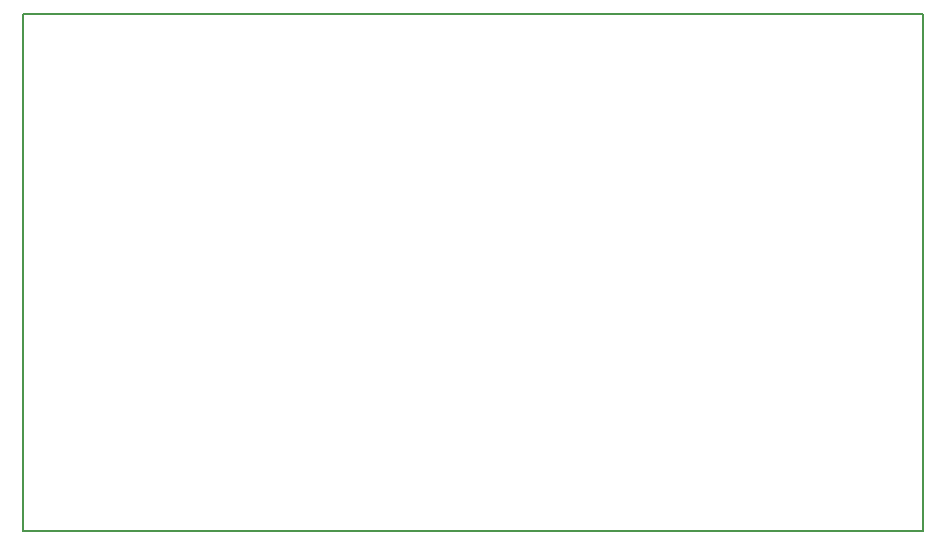
<source format=gbr>
G04 #@! TF.GenerationSoftware,KiCad,Pcbnew,(5.1.2-1)-1*
G04 #@! TF.CreationDate,2019-08-04T20:02:10-04:00*
G04 #@! TF.ProjectId,Pyxel-Paradise,50797865-6c2d-4506-9172-61646973652e,rev?*
G04 #@! TF.SameCoordinates,Original*
G04 #@! TF.FileFunction,Profile,NP*
%FSLAX46Y46*%
G04 Gerber Fmt 4.6, Leading zero omitted, Abs format (unit mm)*
G04 Created by KiCad (PCBNEW (5.1.2-1)-1) date 2019-08-04 20:02:10*
%MOMM*%
%LPD*%
G04 APERTURE LIST*
%ADD10C,0.150000*%
G04 APERTURE END LIST*
D10*
X127000000Y-101600000D02*
X127000000Y-145415000D01*
X50800000Y-145415000D02*
X127000000Y-145415000D01*
X50800000Y-145415000D02*
X50800000Y-101600000D01*
X50800000Y-101600000D02*
X127000000Y-101600000D01*
M02*

</source>
